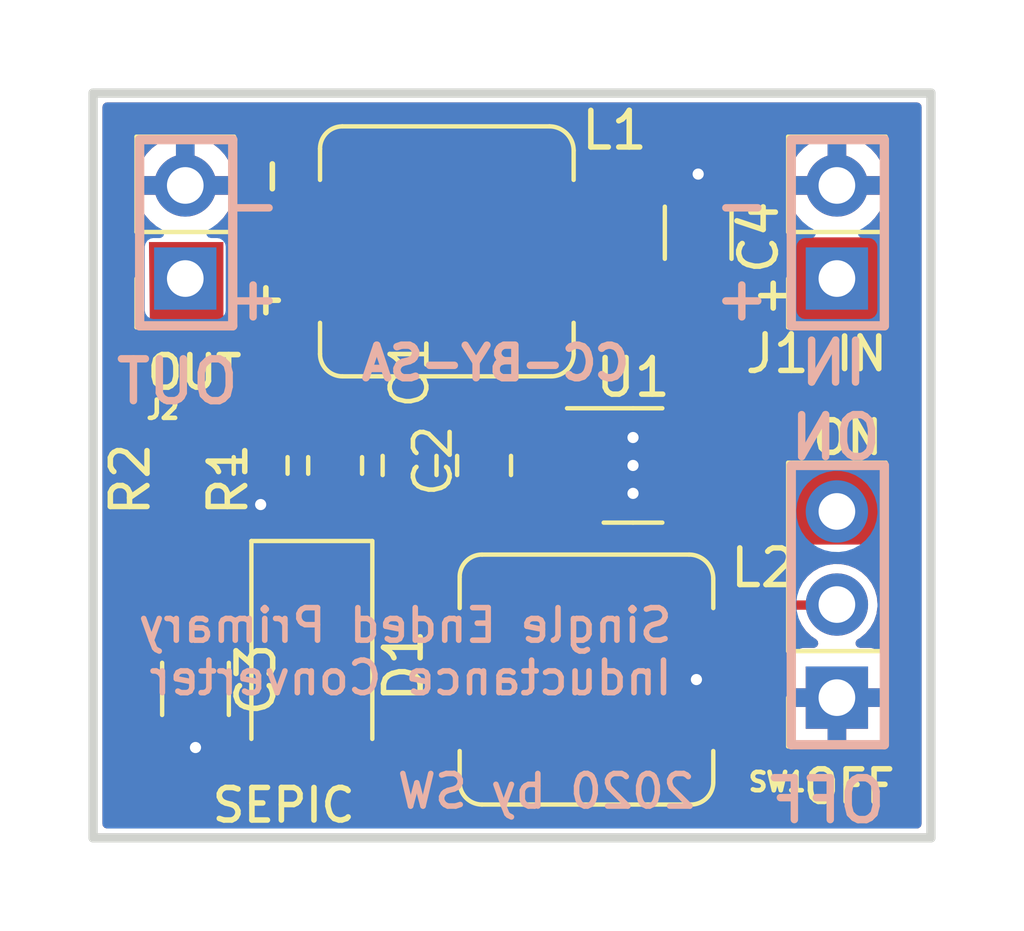
<source format=kicad_pcb>
(kicad_pcb (version 20211014) (generator pcbnew)
  (layers (0 "F.Cu" signal) (31 "B.Cu" signal) (34 "B.Paste" user) (35 "F.Paste" user) (36 "B.SilkS" user "B.Silkscreen") (37 "F.SilkS" user "F.Silkscreen") (38 "B.Mask" user) (39 "F.Mask" user) (44 "Edge.Cuts" user))
  (net 0 "")
  (net 1 "Net-(C1-Pad1)")
  (net 2 "GND")
  (net 3 "Net-(R1-Pad2)")
  (net 4 "Net-(SW1-Pad2)")
  (net 5 "/VIN")
  (net 7 "Net-(C1-Pad2)")
  (net 8 "/OUT")
  (footprint "Package_TO_SOT_SMD:SOT-23-6" (layer "F.Cu") (at 206.502 110.49)
    (fp_text reference "U1" (at 0 -2.4) (layer "F.SilkS"))
    (fp_text value "MT3608")
    (fp_line (start 0 -1.56) (end -1.8 -1.56) (layer "F.SilkS") (width 0.12))
    (fp_line (start 0 -1.56) (end 0.8 -1.56) (layer "F.SilkS") (width 0.12))
    (fp_line (start 0 1.56) (end 0.8 1.56) (layer "F.SilkS") (width 0.12))
    (fp_line (start 0 1.56) (end -0.8 1.56) (layer "F.SilkS") (width 0.12))
    (pad "1" smd roundrect locked (at -1.1375 -0.95) (size 1.325 0.6) (layers "F.Cu" "F.Paste" "F.Mask") (net 1 "Net-(C1-Pad1)"))
    (pad "2" smd roundrect locked (at -1.1375 0) (size 1.325 0.6) (layers "F.Cu" "F.Paste" "F.Mask") (net 2 "GND"))
    (pad "3" smd roundrect locked (at -1.1375 0.95) (size 1.325 0.6) (layers "F.Cu" "F.Paste" "F.Mask") (net 3 "Net-(R1-Pad2)"))
    (pad "4" smd roundrect locked (at 1.1375 0.95) (size 1.325 0.6) (layers "F.Cu" "F.Paste" "F.Mask") (net 4 "Net-(SW1-Pad2)"))
    (pad "5" smd roundrect locked (at 1.1375 0) (size 1.325 0.6) (layers "F.Cu" "F.Paste" "F.Mask") (net 5 "/VIN"))
    (pad "6" smd roundrect locked (at 1.1375 -0.95) (size 1.325 0.6) (layers "F.Cu" "F.Paste" "F.Mask"))
  )
  (footprint "Connector_PinSocket_2.54mm:PinSocket_1x02_P2.54mm_Vertical" (layer "F.Cu") (at 194.285 105.39 180)
    (fp_text reference "J2" (at 0.61 -3.576 180) (layer "F.SilkS") (effects (font (size 0.5 0.5) (thickness 0.125))))
    (fp_text value "Vout")
    (fp_line (start 1.33 1.27) (end 1.33 3.87) (layer "F.SilkS") (width 0.12))
    (fp_line (start -1.33 1.27) (end 1.33 1.27) (layer "F.SilkS") (width 0.12))
    (fp_line (start 0 -1.33) (end 1.33 -1.33) (layer "F.SilkS") (width 0.12))
    (fp_line (start -1.33 3.87) (end 1.33 3.87) (layer "F.SilkS") (width 0.12))
    (fp_line (start -1.33 1.27) (end -1.33 3.87) (layer "F.SilkS") (width 0.12))
    (fp_line (start 1.33 -1.33) (end 1.33 0) (layer "F.SilkS") (width 0.12))
    (pad "1" thru_hole rect locked (at 0 0 180) (size 1.7 1.7) (drill 1) (layers *.Cu *.Mask) (net 8 "/OUT"))
    (pad "2" thru_hole oval locked (at 0 2.54 180) (size 1.7 1.7) (drill 1) (layers *.Cu *.Mask) (net 2 "GND"))
  )
  (footprint "Connector_PinSocket_2.54mm:PinSocket_1x03_P2.54mm_Vertical" (layer "F.Cu") (at 212.065 116.825 180)
    (fp_text reference "SW1" (at 1.626 -2.301 180) (layer "F.SilkS") (effects (font (size 0.5 0.5) (thickness 0.125))))
    (fp_text value "SW_SPDT")
    (fp_line (start 1.33 -1.33) (end 1.33 0) (layer "F.SilkS") (width 0.12))
    (fp_line (start -1.33 1.27) (end -1.33 6.41) (layer "F.SilkS") (width 0.12))
    (fp_line (start 1.33 1.27) (end 1.33 6.41) (layer "F.SilkS") (width 0.12))
    (fp_line (start -1.33 6.41) (end 1.33 6.41) (layer "F.SilkS") (width 0.12))
    (fp_line (start 0 -1.33) (end 1.33 -1.33) (layer "F.SilkS") (width 0.12))
    (fp_line (start -1.33 1.27) (end 1.33 1.27) (layer "F.SilkS") (width 0.12))
    (pad "1" thru_hole rect locked (at 0 0 180) (size 1.7 1.7) (drill 1) (layers *.Cu *.Mask) (net 2 "GND"))
    (pad "2" thru_hole oval locked (at 0 2.54 180) (size 1.7 1.7) (drill 1) (layers *.Cu *.Mask) (net 4 "Net-(SW1-Pad2)"))
    (pad "3" thru_hole oval locked (at 0 5.08 180) (size 1.7 1.7) (drill 1) (layers *.Cu *.Mask) (net 5 "/VIN"))
  )
  (footprint "Inductor_SMD:L_Bourns_SRP7028A_7.3x6.6mm" (layer "F.Cu") (at 201.422 104.648 180)
    (fp_text reference "L1" (at -4.572 3.302) (layer "F.SilkS"))
    (fp_text value "220uH/3A")
    (fp_line (start 3.46 -2.8) (end 3.46 -1.95) (layer "F.SilkS") (width 0.12))
    (fp_line (start -2.85 -3.41) (end 2.85 -3.41) (layer "F.SilkS") (width 0.12))
    (fp_line (start 3.46 1.95) (end 3.46 2.8) (layer "F.SilkS") (width 0.12))
    (fp_line (start -3.46 2.75) (end -3.46 1.95) (layer "F.SilkS") (width 0.12))
    (fp_line (start -3.46 -1.95) (end -3.46 -2.8) (layer "F.SilkS") (width 0.12))
    (fp_line (start 2.85 3.41) (end -2.8 3.41) (layer "F.SilkS") (width 0.12))
    (fp_arc (start -3.46 -2.8) (mid -3.281335 -3.231335) (end -2.85 -3.41) (layer "F.SilkS") (width 0.12))
    (fp_arc (start -2.8 3.41) (mid -3.26669 3.21669) (end -3.46 2.75) (layer "F.SilkS") (width 0.12))
    (fp_arc (start 3.46 2.8) (mid 3.281335 3.231335) (end 2.85 3.41) (layer "F.SilkS") (width 0.12))
    (fp_arc (start 2.85 -3.41) (mid 3.281335 -3.231335) (end 3.46 -2.8) (layer "F.SilkS") (width 0.12))
    (pad "1" smd rect locked (at -2.725 0 180) (size 2.95 3.5) (layers "F.Cu" "F.Paste" "F.Mask") (net 5 "/VIN"))
    (pad "2" smd rect locked (at 2.725 0 180) (size 2.95 3.5) (layers "F.Cu" "F.Paste" "F.Mask") (net 1 "Net-(C1-Pad1)"))
  )
  (footprint "Capacitor_SMD:C_0805_2012Metric_Pad1.18x1.45mm_HandSolder" (layer "F.Cu") (at 202.438 110.49 -90)
    (fp_text reference "C2" (at -0.127 1.397 90) (layer "F.SilkS") (effects (font (thickness 0.125))))
    (fp_text value "4u7")
    (fp_line (start -0.261252 -0.735) (end 0.261252 -0.735) (layer "F.SilkS") (width 0.12))
    (fp_line (start -0.261252 0.735) (end 0.261252 0.735) (layer "F.SilkS") (width 0.12))
    (pad "1" smd roundrect locked (at -1.0375 0 270) (size 1.175 1.45) (layers "F.Cu" "F.Paste" "F.Mask") (roundrect_rratio 0.212766) (net 1 "Net-(C1-Pad1)"))
    (pad "2" smd roundrect locked (at 1.0375 0 270) (size 1.175 1.45) (layers "F.Cu" "F.Paste" "F.Mask") (roundrect_rratio 0.212766) (net 7 "Net-(C1-Pad2)"))
  )
  (footprint "Capacitor_SMD:C_1206_3216Metric_Pad1.33x1.80mm_HandSolder" (layer "F.Cu") (at 208.28 104.14 90)
    (fp_text reference "C4" (at -0.127 1.651 90) (layer "F.SilkS"))
    (fp_text value "22u")
    (fp_line (start -0.711252 -0.91) (end 0.711252 -0.91) (layer "F.SilkS") (width 0.12))
    (fp_line (start -0.711252 0.91) (end 0.711252 0.91) (layer "F.SilkS") (width 0.12))
    (pad "1" smd roundrect locked (at -1.5625 0 90) (size 1.325 1.8) (layers "F.Cu" "F.Paste" "F.Mask") (roundrect_rratio 0.188679) (net 5 "/VIN"))
    (pad "2" smd roundrect locked (at 1.5625 0 90) (size 1.325 1.8) (layers "F.Cu" "F.Paste" "F.Mask") (roundrect_rratio 0.188679) (net 2 "GND"))
  )
  (footprint "Diode_SMD:D_SMA" (layer "F.Cu") (at 197.739 115.951 -90)
    (fp_text reference "D1" (at 0 -2.5 90) (layer "F.SilkS"))
    (fp_text value "B120-E3")
    (fp_line (start -3.4 1.65) (end 2 1.65) (layer "F.SilkS") (width 0.12))
    (fp_line (start -3.4 -1.65) (end -3.4 1.65) (layer "F.SilkS") (width 0.12))
    (fp_line (start -3.4 -1.65) (end 2 -1.65) (layer "F.SilkS") (width 0.12))
    (pad "1" smd rect locked (at -2 0 270) (size 2.5 1.8) (layers "F.Cu" "F.Paste" "F.Mask") (net 8 "/OUT"))
    (pad "2" smd rect locked (at 2 0 270) (size 2.5 1.8) (layers "F.Cu" "F.Paste" "F.Mask") (net 7 "Net-(C1-Pad2)"))
  )
  (footprint "Capacitor_SMD:C_1206_3216Metric_Pad1.33x1.80mm_HandSolder" (layer "F.Cu") (at 194.564 116.586 90)
    (fp_text reference "C3" (at 0.254 1.651 90) (layer "F.SilkS"))
    (fp_text value "22u")
    (fp_line (start -0.711252 0.91) (end 0.711252 0.91) (layer "F.SilkS") (width 0.12))
    (fp_line (start -0.711252 -0.91) (end 0.711252 -0.91) (layer "F.SilkS") (width 0.12))
    (pad "1" smd roundrect locked (at -1.5625 0 90) (size 1.325 1.8) (layers "F.Cu" "F.Paste" "F.Mask") (roundrect_rratio 0.188679) (net 2 "GND"))
    (pad "2" smd roundrect locked (at 1.5625 0 90) (size 1.325 1.8) (layers "F.Cu" "F.Paste" "F.Mask") (roundrect_rratio 0.188679) (net 8 "/OUT"))
  )
  (footprint "Resistor_SMD:R_0805_2012Metric_Pad1.20x1.40mm_HandSolder" (layer "F.Cu") (at 198.374 110.49 90)
    (fp_text reference "R1" (at -0.381 -2.921 90) (layer "F.SilkS"))
    (fp_text value "9k1")
    (fp_line (start -0.227064 0.735) (end 0.227064 0.735) (layer "F.SilkS") (width 0.12))
    (fp_line (start -0.227064 -0.735) (end 0.227064 -0.735) (layer "F.SilkS") (width 0.12))
    (pad "1" smd roundrect locked (at -1 0 90) (size 1.2 1.4) (layers "F.Cu" "F.Paste" "F.Mask") (roundrect_rratio 0.208333) (net 8 "/OUT"))
    (pad "2" smd roundrect locked (at 1 0 90) (size 1.2 1.4) (layers "F.Cu" "F.Paste" "F.Mask") (roundrect_rratio 0.208333) (net 3 "Net-(R1-Pad2)"))
  )
  (footprint "Connector_PinSocket_2.54mm:PinSocket_1x02_P2.54mm_Vertical" (layer "F.Cu") (at 212.065 105.39 180)
    (fp_text reference "J1" (at 1.626 -2.052) (layer "F.SilkS"))
    (fp_text value "Vin")
    (fp_line (start -1.33 1.27) (end 1.33 1.27) (layer "F.SilkS") (width 0.12))
    (fp_line (start -1.33 3.87) (end 1.33 3.87) (layer "F.SilkS") (width 0.12))
    (fp_line (start 0 -1.33) (end 1.33 -1.33) (layer "F.SilkS") (width 0.12))
    (fp_line (start -1.33 1.27) (end -1.33 3.87) (layer "F.SilkS") (width 0.12))
    (fp_line (start 1.33 1.27) (end 1.33 3.87) (layer "F.SilkS") (width 0.12))
    (fp_line (start 1.33 -1.33) (end 1.33 0) (layer "F.SilkS") (width 0.12))
    (pad "1" thru_hole rect locked (at 0 0 180) (size 1.7 1.7) (drill 1) (layers *.Cu *.Mask) (net 5 "/VIN"))
    (pad "2" thru_hole oval locked (at 0 2.54 180) (size 1.7 1.7) (drill 1) (layers *.Cu *.Mask) (net 2 "GND"))
  )
  (footprint "Capacitor_SMD:C_0805_2012Metric_Pad1.18x1.45mm_HandSolder" (layer "F.Cu") (at 200.406 110.49 -90)
    (fp_text reference "C1" (at -2.54 0 90) (layer "F.SilkS") (effects (font (thickness 0.125))))
    (fp_text value "4u7")
    (fp_line (start -0.261252 0.735) (end 0.261252 0.735) (layer "F.SilkS") (width 0.12))
    (fp_line (start -0.261252 -0.735) (end 0.261252 -0.735) (layer "F.SilkS") (width 0.12))
    (pad "1" smd roundrect locked (at -1.0375 0 270) (size 1.175 1.45) (layers "F.Cu" "F.Paste" "F.Mask") (roundrect_rratio 0.212766) (net 1 "Net-(C1-Pad1)"))
    (pad "2" smd roundrect locked (at 1.0375 0 270) (size 1.175 1.45) (layers "F.Cu" "F.Paste" "F.Mask") (roundrect_rratio 0.212766) (net 7 "Net-(C1-Pad2)"))
  )
  (footprint "Resistor_SMD:R_0805_2012Metric_Pad1.20x1.40mm_HandSolder" (layer "F.Cu") (at 196.342 110.49 -90)
    (fp_text reference "R2" (at 0.381 3.556 -90) (layer "F.SilkS"))
    (fp_text value "2k")
    (fp_line (start -0.227064 -0.735) (end 0.227064 -0.735) (layer "F.SilkS") (width 0.12))
    (fp_line (start -0.227064 0.735) (end 0.227064 0.735) (layer "F.SilkS") (width 0.12))
    (pad "1" smd roundrect locked (at -1 0 270) (size 1.2 1.4) (layers "F.Cu" "F.Paste" "F.Mask") (roundrect_rratio 0.208333) (net 3 "Net-(R1-Pad2)"))
    (pad "2" smd roundrect locked (at 1 0 270) (size 1.2 1.4) (layers "F.Cu" "F.Paste" "F.Mask") (roundrect_rratio 0.208333) (net 2 "GND"))
  )
  (footprint "Inductor_SMD:L_Bourns_SRP7028A_7.3x6.6mm" (layer "F.Cu") (at 205.232 116.332 180)
    (fp_text reference "L2" (at -4.826 3.048) (layer "F.SilkS"))
    (fp_text value "220uH/3A")
    (fp_line (start -3.46 -1.95) (end -3.46 -2.8) (layer "F.SilkS") (width 0.12))
    (fp_line (start 3.46 1.95) (end 3.46 2.8) (layer "F.SilkS") (width 0.12))
    (fp_line (start 3.46 -2.8) (end 3.46 -1.95) (layer "F.SilkS") (width 0.12))
    (fp_line (start -2.85 -3.41) (end 2.85 -3.41) (layer "F.SilkS") (width 0.12))
    (fp_line (start 2.85 3.41) (end -2.8 3.41) (layer "F.SilkS") (width 0.12))
    (fp_line (start -3.46 2.75) (end -3.46 1.95) (layer "F.SilkS") (width 0.12))
    (fp_arc (start -3.46 -2.8) (mid -3.281335 -3.231335) (end -2.85 -3.41) (layer "F.SilkS") (width 0.12))
    (fp_arc (start -2.8 3.41) (mid -3.26669 3.21669) (end -3.46 2.75) (layer "F.SilkS") (width 0.12))
    (fp_arc (start 2.85 -3.41) (mid 3.281335 -3.231335) (end 3.46 -2.8) (layer "F.SilkS") (width 0.12))
    (fp_arc (start 3.46 2.8) (mid 3.281335 3.231335) (end 2.85 3.41) (layer "F.SilkS") (width 0.12))
    (pad "1" smd rect locked (at -2.725 0 180) (size 2.95 3.5) (layers "F.Cu" "F.Paste" "F.Mask") (net 2 "GND"))
    (pad "2" smd rect locked (at 2.725 0 180) (size 2.95 3.5) (layers "F.Cu" "F.Paste" "F.Mask") (net 7 "Net-(C1-Pad2)"))
  )
  (gr_poly (pts (xy 198.628 115.951) (xy 198.628 112.268) (xy 195.326 112.268) (xy 195.326 104.394) (xy 193.294 104.394) (xy 193.421 115.951) (xy 196.088 115.951)) (layer "F.Cu") (width 0) (fill solid))
  (gr_poly (pts (xy 196.85 102.616) (xy 196.85 106.934) (xy 199.39 106.934) (xy 199.39 109.982) (xy 205.74 109.982) (xy 205.74 107.188) (xy 202.692 107.188) (xy 202.692 102.616)) (layer "F.Cu") (width 0) (fill solid))
  (gr_poly (pts (xy 199.39 110.998) (xy 199.39 112.395) (xy 198.882 112.395) (xy 198.882 116.205) (xy 196.85 116.205) (xy 196.85 119.761) (xy 203.708 119.761) (xy 203.708 110.998)) (layer "F.Cu") (width 0) (fill solid))
  (gr_poly (pts (xy 204.47 110.236) (xy 205.994 110.236) (xy 205.994 110.998) (xy 204.47 110.998)) (layer "F.Cu") (width 0) (fill solid))
  (gr_poly (pts (xy 213.233 104.267) (xy 206.756 104.267) (xy 206.756 102.616) (xy 202.946 102.616) (xy 202.946 106.934) (xy 205.994 106.934) (xy 205.994 108.966) (xy 208.534 108.966) (xy 208.534 110.109) (xy 207.391 110.109) (xy 207.391 110.871) (xy 209.931 110.871) (xy 210.693 111.633) (xy 210.693 112.649) (xy 213.233 112.649)) (layer "F.Cu") (width 0) (fill solid))
  (gr_line (start 210.82 118.11) (end 213.36 118.11) (layer "B.SilkS") (width 0.254))
  (gr_line (start 213.36 118.11) (end 213.36 110.49) (layer "B.SilkS") (width 0.254))
  (gr_line (start 213.36 110.49) (end 210.82 110.49) (layer "B.SilkS") (width 0.254))
  (gr_line (start 213.36 101.6) (end 213.36 106.68) (layer "B.SilkS") (width 0.254))
  (gr_line (start 210.82 110.49) (end 210.82 118.11) (layer "B.SilkS") (width 0.254))
  (gr_line (start 193.04 106.68) (end 193.04 101.6) (layer "B.SilkS") (width 0.254))
  (gr_line (start 195.58 101.6) (end 195.58 106.68) (layer "B.SilkS") (width 0.254))
  (gr_line (start 213.36 106.68) (end 210.82 106.68) (layer "B.SilkS") (width 0.254))
  (gr_line (start 210.82 101.6) (end 213.36 101.6) (layer "B.SilkS") (width 0.254))
  (gr_line (start 210.82 106.68) (end 210.82 101.6) (layer "B.SilkS") (width 0.254))
  (gr_line (start 195.58 106.68) (end 193.04 106.68) (layer "B.SilkS") (width 0.254))
  (gr_line (start 193.04 101.6) (end 195.58 101.6) (layer "B.SilkS") (width 0.254))
  (gr_line (start 214.63 120.65) (end 191.77 120.65) (layer "Edge.Cuts") (width 0.254))
  (gr_line (start 214.63 100.33) (end 214.63 120.65) (layer "Edge.Cuts") (width 0.254))
  (gr_line (start 191.77 120.65) (end 191.77 100.33) (layer "Edge.Cuts") (width 0.254))
  (gr_line (start 191.77 100.33) (end 214.63 100.33) (layer "Edge.Cuts") (width 0.254))
  (gr_text "ON" (at 213.36 109.728) (layer "B.SilkS") (effects (font (size 1.143 1.143) (thickness 0.203)) (justify left mirror)))
  (gr_text "OUT" (at 195.834 108.204) (layer "B.SilkS") (effects (font (size 1.143 1.143) (thickness 0.203)) (justify left mirror)))
  (gr_text "CC-BY-SA" (at 206.502 107.696) (layer "B.SilkS") (effects (font (size 0.889 0.889) (thickness 0.203)) (justify left mirror)))
  (gr_text "+" (at 196.977 105.918) (layer "B.SilkS") (effects (font (size 1.143 1.143) (thickness 0.203)) (justify left mirror)))
  (gr_text "2020 by SW" (at 208.28 119.38) (layer "B.SilkS") (effects (font (size 0.889 0.889) (thickness 0.152)) (justify left mirror)))
  (gr_text "OFF" (at 213.487 119.634) (layer "B.SilkS") (effects (font (size 1.143 1.143) (thickness 0.203)) (justify left mirror)))
  (gr_text "-" (at 210.312 103.378) (layer "B.SilkS") (effects (font (size 1.143 1.143) (thickness 0.203)) (justify left mirror)))
  (gr_text "-" (at 196.977 103.378) (layer "B.SilkS") (effects (font (size 1.143 1.143) (thickness 0.203)) (justify left mirror)))
  (gr_text "IN" (at 212.979 107.696) (layer "B.SilkS") (effects (font (size 1.143 1.143) (thickness 0.203)) (justify left mirror)))
  (gr_text "Single Ended Primary \nInductance Converter" (at 207.645 115.57) (layer "B.SilkS") (effects (font (size 0.889 0.889) (thickness 0.152)) (justify left mirror)))
  (gr_text "+" (at 210.312 105.918) (layer "B.SilkS") (effects (font (size 1.143 1.143) (thickness 0.203)) (justify left mirror)))
  (gr_text "SEPIC" (at 194.945 119.761) (layer "F.SilkS") (effects (font (size 0.889 0.889) (thickness 0.152)) (justify left)))
  (gr_text "OUT" (at 193.167 107.95) (layer "F.SilkS") (effects (font (size 0.889 0.889) (thickness 0.152)) (justify left)))
  (gr_text "OFF" (at 211.074 119.253) (layer "F.SilkS") (effects (font (size 0.889 0.889) (thickness 0.152)) (justify left)))
  (gr_text "-" (at 210.693 103.251 90) (layer "F.SilkS") (effects (font (size 0.889 0.889) (thickness 0.152)) (justify left)))
  (gr_text "+" (at 209.677 105.791) (layer "F.SilkS") (effects (font (size 0.889 0.889) (thickness 0.152)) (justify left)))
  (gr_text "ON" (at 211.328 109.728) (layer "F.SilkS") (effects (font (size 0.889 0.889) (thickness 0.152)) (justify left)))
  (gr_text "IN" (at 211.963 107.442) (layer "F.SilkS") (effects (font (size 0.889 0.889) (thickness 0.152)) (justify left)))
  (gr_text "-" (at 196.596 103.251 90) (layer "F.SilkS") (effects (font (size 0.889 0.889) (thickness 0.152)) (justify left)))
  (gr_text "+" (at 195.834 105.918) (layer "F.SilkS") (effects (font (size 0.889 0.889) (thickness 0.152)) (justify left)))
  (segment (start 201.72052 108.54048) (end 204.36498 108.54048) (width 0.25) (layer "F.Cu") (net 1))
  (segment (start 200.406 109.4525) (end 202.438 109.4525) (width 0.25) (layer "F.Cu") (net 1))
  (segment (start 204.36498 108.54048) (end 205.3645 109.54) (width 0.25) (layer "F.Cu") (net 1))
  (segment (start 202.438 109.347) (end 201.676 108.585) (width 0.25) (layer "F.Cu") (net 1))
  (segment (start 198.697 104.648) (end 201.676 107.627) (width 0.25) (layer "F.Cu") (net 1))
  (segment (start 202.438 109.4525) (end 202.438 109.347) (width 0.25) (layer "F.Cu") (net 1))
  (segment (start 201.676 108.585) (end 201.72052 108.54048) (width 0.25) (layer "F.Cu") (net 1))
  (segment (start 201.676 107.627) (end 201.676 108.585) (width 0.25) (layer "F.Cu") (net 1))
  (segment (start 205.3645 110.49) (end 206.502 110.49) (width 0.25) (layer "F.Cu") (net 2))
  (via (at 208.232 116.332) (size 0.61) (drill 0.305) (layers "F.Cu" "B.Cu") (net 2))
  (via (at 194.564 118.186) (size 0.61) (drill 0.305) (layers "F.Cu" "B.Cu") (net 2))
  (via (at 196.342 111.557) (size 0.61) (drill 0.305) (layers "F.Cu" "B.Cu") (net 2))
  (via (at 206.502 109.728) (size 0.61) (drill 0.305) (layers "F.Cu" "B.Cu") (net 2))
  (via (at 208.28 102.54) (size 0.61) (drill 0.305) (layers "F.Cu" "B.Cu") (net 2))
  (via (at 206.502 111.252) (size 0.61) (drill 0.305) (layers "F.Cu" "B.Cu") (net 2))
  (via (at 206.502 110.49) (size 0.61) (drill 0.305) (layers "F.Cu" "B.Cu") (net 2))
  (segment (start 194.691 114.808) (end 194.691 115.189) (width 0.25) (layer "B.Cu") (net 2))
  (segment (start 194.564 114.681) (end 194.691 114.808) (width 0.25) (layer "B.Cu") (net 2))
  (segment (start 196.342 111.557) (end 196.164 111.557) (width 0.25) (layer "B.Cu") (net 2))
  (segment (start 194.564 113.157) (end 194.564 114.681) (width 0.25) (layer "B.Cu") (net 2))
  (segment (start 196.164 111.557) (end 194.564 113.157) (width 0.25) (layer "B.Cu") (net 2))
  (segment (start 198.628 110.49) (end 203.835 110.49) (width 0.254) (layer "F.Cu") (net 3))
  (segment (start 203.835 110.49) (end 204.089 110.744) (width 0.254) (layer "F.Cu") (net 3))
  (segment (start 204.089 110.744) (end 204.089 111.252) (width 0.254) (layer "F.Cu") (net 3))
  (segment (start 196.342 109.423) (end 198.374 109.423) (width 0.254) (layer "F.Cu") (net 3))
  (segment (start 198.374 109.423) (end 198.374 110.236) (width 0.254) (layer "F.Cu") (net 3))
  (segment (start 204.089 111.252) (end 204.267 111.43) (width 0.254) (layer "F.Cu") (net 3))
  (segment (start 198.374 110.236) (end 198.628 110.49) (width 0.254) (layer "F.Cu") (net 3))
  (segment (start 204.267 111.43) (end 205.054 111.43) (width 0.254) (layer "F.Cu") (net 3))
  (segment (start 210.693 114.3) (end 210.312 113.919) (width 0.254) (layer "F.Cu") (net 4))
  (segment (start 210.312 113.919) (end 210.312 111.887) (width 0.254) (layer "F.Cu") (net 4))
  (segment (start 212.09 114.3) (end 210.693 114.3) (width 0.254) (layer "F.Cu") (net 4))
  (segment (start 209.855 111.43) (end 207.95 111.43) (width 0.254) (layer "F.Cu") (net 4))
  (segment (start 210.312 111.887) (end 209.855 111.43) (width 0.254) (layer "F.Cu") (net 4))
  (segment (start 210.81 110.49) (end 212.065 111.745) (width 0.25) (layer "F.Cu") (net 5))
  (segment (start 208.5925 105.39) (end 212.065 105.39) (width 0.25) (layer "F.Cu") (net 5))
  (segment (start 209.8925 107.315) (end 210.058 107.315) (width 0.25) (layer "F.Cu") (net 5))
  (segment (start 208.28 105.7025) (end 208.5925 105.39) (width 0.25) (layer "F.Cu") (net 5))
  (segment (start 210.058 107.315) (end 210.058 109.474) (width 0.25) (layer "F.Cu") (net 5))
  (segment (start 209.042 110.49) (end 210.81 110.49) (width 0.25) (layer "F.Cu") (net 5))
  (segment (start 207.2255 104.648) (end 208.28 105.7025) (width 0.25) (layer "F.Cu") (net 5))
  (segment (start 204.147 104.648) (end 207.2255 104.648) (width 0.25) (layer "F.Cu") (net 5))
  (segment (start 207.6395 110.49) (end 209.042 110.49) (width 0.25) (layer "F.Cu") (net 5))
  (segment (start 208.28 105.7025) (end 209.8925 107.315) (width 0.25) (layer "F.Cu") (net 5))
  (segment (start 210.058 109.474) (end 209.042 110.49) (width 0.25) (layer "F.Cu") (net 5))
  (segment (start 200.406 116.713) (end 199.168 117.951) (width 0.25) (layer "F.Cu") (net 7))
  (segment (start 199.168 117.951) (end 197.739 117.951) (width 0.25) (layer "F.Cu") (net 7))
  (segment (start 202.507 116.332) (end 200.787 116.332) (width 0.25) (layer "F.Cu") (net 7))
  (segment (start 200.406 111.5275) (end 202.438 111.5275) (width 0.25) (layer "F.Cu") (net 7))
  (segment (start 200.787 116.332) (end 200.406 116.713) (width 0.25) (layer "F.Cu") (net 7))
  (segment (start 200.406 111.5275) (end 200.406 116.713) (width 0.25) (layer "F.Cu") (net 7))
  (segment (start 198.374 111.557) (end 198.501 111.684) (width 0.254) (layer "F.Cu") (net 8))
  (segment (start 194.285 113.132) (end 194.285 105.39) (width 0.25) (layer "F.Cu") (net 8))
  (segment (start 198.374 113.316) (end 197.739 113.951) (width 0.25) (layer "F.Cu") (net 8))
  (segment (start 198.374 111.49) (end 198.374 113.316) (width 0.25) (layer "F.Cu") (net 8))
  (segment (start 195.104 113.951) (end 194.285 113.132) (width 0.25) (layer "F.Cu") (net 8))
  (segment (start 194.564 115.0235) (end 194.564 114.491) (width 0.25) (layer "F.Cu") (net 8))
  (segment (start 197.739 113.951) (end 195.104 113.951) (width 0.25) (layer "F.Cu") (net 8))
  (segment (start 194.564 114.491) (end 195.104 113.951) (width 0.25) (layer "F.Cu") (net 8))
  (zone (net 2) (net_name "GND") (layer "F.Cu") (connect_pads (clearance 0.254)) (min_thickness 0.254) (fill yes (thermal_gap 0.508) (thermal_bridge_width 0.508))
    (polygon (pts (xy 189.23 97.79) (xy 217.17 97.79) (xy 217.17 123.19) (xy 189.23 123.19)))
  )
  (zone (net 2) (net_name "GND") (layer "B.Cu") (connect_pads (clearance 0.254)) (min_thickness 0.254) (fill yes (thermal_gap 0.508) (thermal_bridge_width 0.508))
    (polygon (pts (xy 190.5 99.06) (xy 215.9 99.06) (xy 215.9 121.92) (xy 190.5 121.92)))
  )
)
</source>
